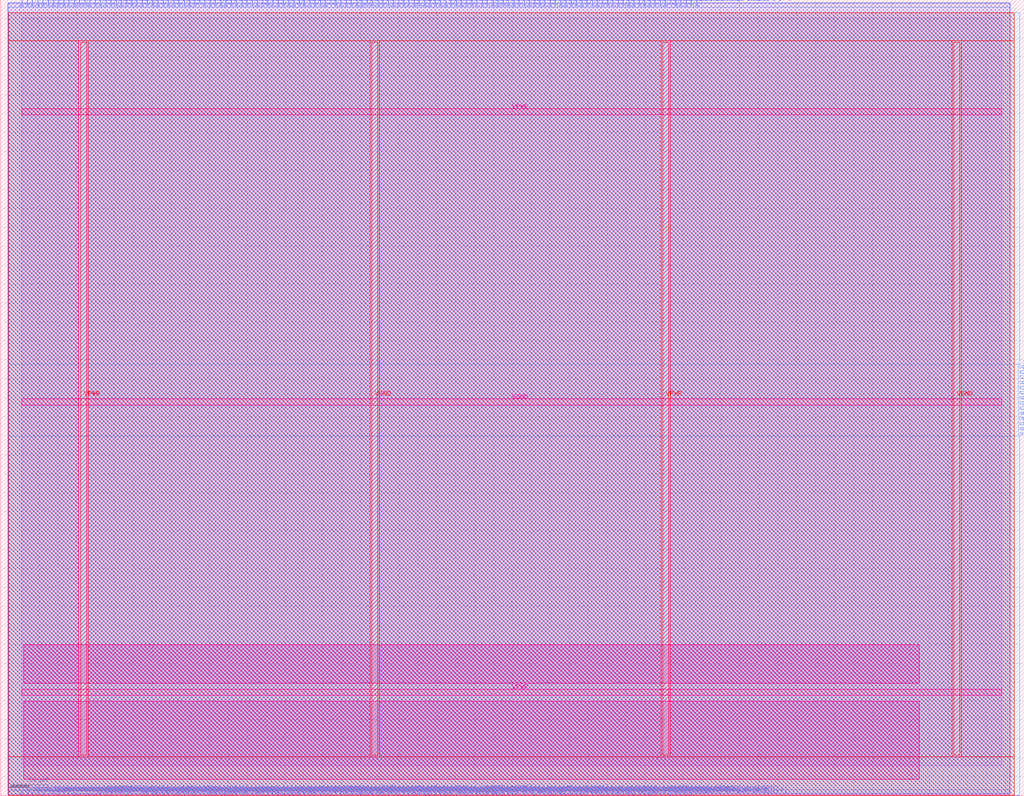
<source format=lef>
VERSION 5.7 ;
  NOWIREEXTENSIONATPIN ON ;
  DIVIDERCHAR "/" ;
  BUSBITCHARS "[]" ;
MACRO dac_digital_interface
  CLASS BLOCK ;
  FOREIGN dac_digital_interface ;
  ORIGIN 0.000 0.000 ;
  SIZE 270.000 BY 210.000 ;
  PIN output_thermometer_o[69]
    DIRECTION OUTPUT TRISTATE ;
    USE SIGNAL ;
    PORT
      LAYER met2 ;
        RECT 5.570 208.350 5.710 210.000 ;
    END
  END output_thermometer_o[69]
  PIN output_thermometer_o[112]
    DIRECTION OUTPUT TRISTATE ;
    USE SIGNAL ;
    PORT
      LAYER met2 ;
        RECT 5.570 0.000 5.710 1.090 ;
    END
  END output_thermometer_o[112]
  PIN output_thermometer_o[244]
    DIRECTION OUTPUT TRISTATE ;
    USE SIGNAL ;
    PORT
      LAYER met2 ;
        RECT 6.950 208.350 7.090 210.000 ;
    END
  END output_thermometer_o[244]
  PIN output_thermometer_o[83]
    DIRECTION OUTPUT TRISTATE ;
    USE SIGNAL ;
    PORT
      LAYER met2 ;
        RECT 6.950 0.000 7.090 1.090 ;
    END
  END output_thermometer_o[83]
  PIN output_thermometer_o[54]
    DIRECTION OUTPUT TRISTATE ;
    USE SIGNAL ;
    PORT
      LAYER met2 ;
        RECT 8.330 208.350 8.470 210.000 ;
    END
  END output_thermometer_o[54]
  PIN output_thermometer_o[166]
    DIRECTION OUTPUT TRISTATE ;
    USE SIGNAL ;
    PORT
      LAYER met2 ;
        RECT 8.330 0.000 8.470 1.090 ;
    END
  END output_thermometer_o[166]
  PIN output_thermometer_o[200]
    DIRECTION OUTPUT TRISTATE ;
    USE SIGNAL ;
    PORT
      LAYER met2 ;
        RECT 9.710 208.350 9.850 210.000 ;
    END
  END output_thermometer_o[200]
  PIN output_thermometer_o[17]
    DIRECTION OUTPUT TRISTATE ;
    USE SIGNAL ;
    PORT
      LAYER met2 ;
        RECT 9.710 0.000 9.850 1.090 ;
    END
  END output_thermometer_o[17]
  PIN output_thermometer_o[195]
    DIRECTION OUTPUT TRISTATE ;
    USE SIGNAL ;
    PORT
      LAYER met2 ;
        RECT 11.090 208.350 11.230 210.000 ;
    END
  END output_thermometer_o[195]
  PIN output_thermometer_o[15]
    DIRECTION OUTPUT TRISTATE ;
    USE SIGNAL ;
    PORT
      LAYER met2 ;
        RECT 11.090 0.000 11.230 1.090 ;
    END
  END output_thermometer_o[15]
  PIN output_thermometer_o[130]
    DIRECTION OUTPUT TRISTATE ;
    USE SIGNAL ;
    PORT
      LAYER met2 ;
        RECT 12.470 208.350 12.610 210.000 ;
    END
  END output_thermometer_o[130]
  PIN output_thermometer_o[229]
    DIRECTION OUTPUT TRISTATE ;
    USE SIGNAL ;
    PORT
      LAYER met2 ;
        RECT 12.470 0.000 12.610 0.410 ;
    END
  END output_thermometer_o[229]
  PIN output_thermometer_o[82]
    DIRECTION OUTPUT TRISTATE ;
    USE SIGNAL ;
    PORT
      LAYER met2 ;
        RECT 13.850 208.350 13.990 210.000 ;
    END
  END output_thermometer_o[82]
  PIN output_thermometer_o[4]
    DIRECTION OUTPUT TRISTATE ;
    USE SIGNAL ;
    PORT
      LAYER met2 ;
        RECT 13.850 0.000 13.990 1.090 ;
    END
  END output_thermometer_o[4]
  PIN output_thermometer_o[245]
    DIRECTION OUTPUT TRISTATE ;
    USE SIGNAL ;
    PORT
      LAYER met2 ;
        RECT 15.230 208.350 15.370 210.000 ;
    END
  END output_thermometer_o[245]
  PIN output_thermometer_o[61]
    DIRECTION OUTPUT TRISTATE ;
    USE SIGNAL ;
    PORT
      LAYER met2 ;
        RECT 15.230 0.000 15.370 1.090 ;
    END
  END output_thermometer_o[61]
  PIN output_thermometer_o[197]
    DIRECTION OUTPUT TRISTATE ;
    USE SIGNAL ;
    PORT
      LAYER met2 ;
        RECT 16.610 208.350 16.750 210.000 ;
    END
  END output_thermometer_o[197]
  PIN output_thermometer_o[101]
    DIRECTION OUTPUT TRISTATE ;
    USE SIGNAL ;
    PORT
      LAYER met2 ;
        RECT 16.610 0.000 16.750 1.090 ;
    END
  END output_thermometer_o[101]
  PIN output_thermometer_o[251]
    DIRECTION OUTPUT TRISTATE ;
    USE SIGNAL ;
    PORT
      LAYER met2 ;
        RECT 17.990 208.350 18.130 210.000 ;
    END
  END output_thermometer_o[251]
  PIN output_thermometer_o[213]
    DIRECTION OUTPUT TRISTATE ;
    USE SIGNAL ;
    PORT
      LAYER met2 ;
        RECT 17.990 0.000 18.130 1.090 ;
    END
  END output_thermometer_o[213]
  PIN output_thermometer_o[72]
    DIRECTION OUTPUT TRISTATE ;
    USE SIGNAL ;
    PORT
      LAYER met2 ;
        RECT 19.370 208.350 19.510 210.000 ;
    END
  END output_thermometer_o[72]
  PIN output_thermometer_o[43]
    DIRECTION OUTPUT TRISTATE ;
    USE SIGNAL ;
    PORT
      LAYER met2 ;
        RECT 19.370 0.000 19.510 0.410 ;
    END
  END output_thermometer_o[43]
  PIN output_thermometer_o[230]
    DIRECTION OUTPUT TRISTATE ;
    USE SIGNAL ;
    PORT
      LAYER met2 ;
        RECT 20.750 208.720 20.890 210.000 ;
    END
  END output_thermometer_o[230]
  PIN output_thermometer_o[134]
    DIRECTION OUTPUT TRISTATE ;
    USE SIGNAL ;
    PORT
      LAYER met2 ;
        RECT 20.750 0.000 20.890 0.410 ;
    END
  END output_thermometer_o[134]
  PIN output_thermometer_o[115]
    DIRECTION OUTPUT TRISTATE ;
    USE SIGNAL ;
    PORT
      LAYER met2 ;
        RECT 22.130 209.060 22.270 210.000 ;
    END
  END output_thermometer_o[115]
  PIN output_thermometer_o[212]
    DIRECTION OUTPUT TRISTATE ;
    USE SIGNAL ;
    PORT
      LAYER met2 ;
        RECT 22.130 0.000 22.270 0.410 ;
    END
  END output_thermometer_o[212]
  PIN output_thermometer_o[151]
    DIRECTION OUTPUT TRISTATE ;
    USE SIGNAL ;
    PORT
      LAYER met2 ;
        RECT 23.510 208.350 23.650 210.000 ;
    END
  END output_thermometer_o[151]
  PIN output_thermometer_o[236]
    DIRECTION OUTPUT TRISTATE ;
    USE SIGNAL ;
    PORT
      LAYER met2 ;
        RECT 23.510 0.000 23.650 0.410 ;
    END
  END output_thermometer_o[236]
  PIN output_thermometer_o[105]
    DIRECTION OUTPUT TRISTATE ;
    USE SIGNAL ;
    PORT
      LAYER met2 ;
        RECT 24.890 208.350 25.030 210.000 ;
    END
  END output_thermometer_o[105]
  PIN output_thermometer_o[174]
    DIRECTION OUTPUT TRISTATE ;
    USE SIGNAL ;
    PORT
      LAYER met2 ;
        RECT 24.890 0.000 25.030 0.410 ;
    END
  END output_thermometer_o[174]
  PIN output_thermometer_o[196]
    DIRECTION OUTPUT TRISTATE ;
    USE SIGNAL ;
    PORT
      LAYER met2 ;
        RECT 26.270 208.350 26.410 210.000 ;
    END
  END output_thermometer_o[196]
  PIN output_thermometer_o[57]
    DIRECTION OUTPUT TRISTATE ;
    USE SIGNAL ;
    PORT
      LAYER met2 ;
        RECT 26.270 0.000 26.410 1.090 ;
    END
  END output_thermometer_o[57]
  PIN output_thermometer_o[76]
    DIRECTION OUTPUT TRISTATE ;
    USE SIGNAL ;
    PORT
      LAYER met2 ;
        RECT 27.650 208.350 27.790 210.000 ;
    END
  END output_thermometer_o[76]
  PIN output_thermometer_o[142]
    DIRECTION OUTPUT TRISTATE ;
    USE SIGNAL ;
    PORT
      LAYER met2 ;
        RECT 27.650 0.000 27.790 1.060 ;
    END
  END output_thermometer_o[142]
  PIN output_thermometer_o[241]
    DIRECTION OUTPUT TRISTATE ;
    USE SIGNAL ;
    PORT
      LAYER met2 ;
        RECT 29.030 208.350 29.170 210.000 ;
    END
  END output_thermometer_o[241]
  PIN output_thermometer_o[110]
    DIRECTION OUTPUT TRISTATE ;
    USE SIGNAL ;
    PORT
      LAYER met2 ;
        RECT 29.030 0.000 29.170 1.090 ;
    END
  END output_thermometer_o[110]
  PIN output_thermometer_o[123]
    DIRECTION OUTPUT TRISTATE ;
    USE SIGNAL ;
    PORT
      LAYER met2 ;
        RECT 30.410 208.350 30.550 210.000 ;
    END
  END output_thermometer_o[123]
  PIN output_thermometer_o[81]
    DIRECTION OUTPUT TRISTATE ;
    USE SIGNAL ;
    PORT
      LAYER met2 ;
        RECT 30.410 0.000 30.550 0.410 ;
    END
  END output_thermometer_o[81]
  PIN output_thermometer_o[242]
    DIRECTION OUTPUT TRISTATE ;
    USE SIGNAL ;
    PORT
      LAYER met2 ;
        RECT 31.790 208.350 31.930 210.000 ;
    END
  END output_thermometer_o[242]
  PIN output_thermometer_o[14]
    DIRECTION OUTPUT TRISTATE ;
    USE SIGNAL ;
    PORT
      LAYER met2 ;
        RECT 31.790 0.000 31.930 1.060 ;
    END
  END output_thermometer_o[14]
  PIN output_thermometer_o[218]
    DIRECTION OUTPUT TRISTATE ;
    USE SIGNAL ;
    PORT
      LAYER met2 ;
        RECT 33.170 208.350 33.310 210.000 ;
    END
  END output_thermometer_o[218]
  PIN output_thermometer_o[250]
    DIRECTION OUTPUT TRISTATE ;
    USE SIGNAL ;
    PORT
      LAYER met2 ;
        RECT 33.170 0.000 33.310 1.090 ;
    END
  END output_thermometer_o[250]
  PIN output_thermometer_o[94]
    DIRECTION OUTPUT TRISTATE ;
    USE SIGNAL ;
    PORT
      LAYER met2 ;
        RECT 34.550 208.350 34.690 210.000 ;
    END
  END output_thermometer_o[94]
  PIN output_thermometer_o[129]
    DIRECTION OUTPUT TRISTATE ;
    USE SIGNAL ;
    PORT
      LAYER met2 ;
        RECT 34.550 0.000 34.690 0.410 ;
    END
  END output_thermometer_o[129]
  PIN output_thermometer_o[9]
    DIRECTION OUTPUT TRISTATE ;
    USE SIGNAL ;
    PORT
      LAYER met2 ;
        RECT 35.930 208.350 36.070 210.000 ;
    END
  END output_thermometer_o[9]
  PIN output_thermometer_o[117]
    DIRECTION OUTPUT TRISTATE ;
    USE SIGNAL ;
    PORT
      LAYER met2 ;
        RECT 35.930 0.000 36.070 0.410 ;
    END
  END output_thermometer_o[117]
  PIN output_thermometer_o[179]
    DIRECTION OUTPUT TRISTATE ;
    USE SIGNAL ;
    PORT
      LAYER met2 ;
        RECT 37.310 208.350 37.450 210.000 ;
    END
  END output_thermometer_o[179]
  PIN output_thermometer_o[73]
    DIRECTION OUTPUT TRISTATE ;
    USE SIGNAL ;
    PORT
      LAYER met2 ;
        RECT 37.310 0.000 37.450 0.410 ;
    END
  END output_thermometer_o[73]
  PIN output_thermometer_o[86]
    DIRECTION OUTPUT TRISTATE ;
    USE SIGNAL ;
    PORT
      LAYER met2 ;
        RECT 38.690 208.350 38.830 210.000 ;
    END
  END output_thermometer_o[86]
  PIN output_thermometer_o[215]
    DIRECTION OUTPUT TRISTATE ;
    USE SIGNAL ;
    PORT
      LAYER met2 ;
        RECT 38.690 0.000 38.830 1.090 ;
    END
  END output_thermometer_o[215]
  PIN output_thermometer_o[182]
    DIRECTION OUTPUT TRISTATE ;
    USE SIGNAL ;
    PORT
      LAYER met2 ;
        RECT 40.070 208.350 40.210 210.000 ;
    END
  END output_thermometer_o[182]
  PIN output_thermometer_o[12]
    DIRECTION OUTPUT TRISTATE ;
    USE SIGNAL ;
    PORT
      LAYER met2 ;
        RECT 40.070 0.000 40.210 1.090 ;
    END
  END output_thermometer_o[12]
  PIN output_thermometer_o[96]
    DIRECTION OUTPUT TRISTATE ;
    USE SIGNAL ;
    PORT
      LAYER met2 ;
        RECT 41.450 208.350 41.590 210.000 ;
    END
  END output_thermometer_o[96]
  PIN output_thermometer_o[132]
    DIRECTION OUTPUT TRISTATE ;
    USE SIGNAL ;
    PORT
      LAYER met2 ;
        RECT 41.450 0.000 41.590 0.410 ;
    END
  END output_thermometer_o[132]
  PIN output_thermometer_o[29]
    DIRECTION OUTPUT TRISTATE ;
    USE SIGNAL ;
    PORT
      LAYER met2 ;
        RECT 42.830 208.350 42.970 210.000 ;
    END
  END output_thermometer_o[29]
  PIN output_thermometer_o[232]
    DIRECTION OUTPUT TRISTATE ;
    USE SIGNAL ;
    PORT
      LAYER met2 ;
        RECT 42.830 0.000 42.970 0.410 ;
    END
  END output_thermometer_o[232]
  PIN output_thermometer_o[191]
    DIRECTION OUTPUT TRISTATE ;
    USE SIGNAL ;
    PORT
      LAYER met2 ;
        RECT 44.210 208.350 44.350 210.000 ;
    END
  END output_thermometer_o[191]
  PIN output_thermometer_o[5]
    DIRECTION OUTPUT TRISTATE ;
    USE SIGNAL ;
    PORT
      LAYER met2 ;
        RECT 44.210 0.000 44.350 0.410 ;
    END
  END output_thermometer_o[5]
  PIN output_thermometer_o[33]
    DIRECTION OUTPUT TRISTATE ;
    USE SIGNAL ;
    PORT
      LAYER met2 ;
        RECT 45.590 208.350 45.730 210.000 ;
    END
  END output_thermometer_o[33]
  PIN output_thermometer_o[161]
    DIRECTION OUTPUT TRISTATE ;
    USE SIGNAL ;
    PORT
      LAYER met2 ;
        RECT 45.590 0.000 45.730 0.410 ;
    END
  END output_thermometer_o[161]
  PIN output_thermometer_o[11]
    DIRECTION OUTPUT TRISTATE ;
    USE SIGNAL ;
    PORT
      LAYER met2 ;
        RECT 46.970 208.350 47.110 210.000 ;
    END
  END output_thermometer_o[11]
  PIN output_thermometer_o[160]
    DIRECTION OUTPUT TRISTATE ;
    USE SIGNAL ;
    PORT
      LAYER met2 ;
        RECT 46.970 0.000 47.110 1.090 ;
    END
  END output_thermometer_o[160]
  PIN output_thermometer_o[208]
    DIRECTION OUTPUT TRISTATE ;
    USE SIGNAL ;
    PORT
      LAYER met2 ;
        RECT 48.350 208.350 48.490 210.000 ;
    END
  END output_thermometer_o[208]
  PIN output_thermometer_o[47]
    DIRECTION OUTPUT TRISTATE ;
    USE SIGNAL ;
    PORT
      LAYER met2 ;
        RECT 48.350 0.000 48.490 0.410 ;
    END
  END output_thermometer_o[47]
  PIN output_thermometer_o[187]
    DIRECTION OUTPUT TRISTATE ;
    USE SIGNAL ;
    PORT
      LAYER met2 ;
        RECT 49.730 208.350 49.870 210.000 ;
    END
  END output_thermometer_o[187]
  PIN output_thermometer_o[79]
    DIRECTION OUTPUT TRISTATE ;
    USE SIGNAL ;
    PORT
      LAYER met2 ;
        RECT 49.730 0.000 49.870 0.410 ;
    END
  END output_thermometer_o[79]
  PIN output_thermometer_o[59]
    DIRECTION OUTPUT TRISTATE ;
    USE SIGNAL ;
    PORT
      LAYER met2 ;
        RECT 51.110 208.350 51.250 210.000 ;
    END
  END output_thermometer_o[59]
  PIN output_thermometer_o[116]
    DIRECTION OUTPUT TRISTATE ;
    USE SIGNAL ;
    PORT
      LAYER met2 ;
        RECT 51.110 0.000 51.250 0.410 ;
    END
  END output_thermometer_o[116]
  PIN output_thermometer_o[30]
    DIRECTION OUTPUT TRISTATE ;
    USE SIGNAL ;
    PORT
      LAYER met2 ;
        RECT 52.490 209.030 52.630 210.000 ;
    END
  END output_thermometer_o[30]
  PIN output_thermometer_o[194]
    DIRECTION OUTPUT TRISTATE ;
    USE SIGNAL ;
    PORT
      LAYER met2 ;
        RECT 52.490 0.000 52.630 0.410 ;
    END
  END output_thermometer_o[194]
  PIN output_thermometer_o[235]
    DIRECTION OUTPUT TRISTATE ;
    USE SIGNAL ;
    PORT
      LAYER met2 ;
        RECT 53.870 208.350 54.010 210.000 ;
    END
  END output_thermometer_o[235]
  PIN output_thermometer_o[227]
    DIRECTION OUTPUT TRISTATE ;
    USE SIGNAL ;
    PORT
      LAYER met2 ;
        RECT 53.870 0.000 54.010 0.410 ;
    END
  END output_thermometer_o[227]
  PIN output_thermometer_o[97]
    DIRECTION OUTPUT TRISTATE ;
    USE SIGNAL ;
    PORT
      LAYER met2 ;
        RECT 55.250 208.350 55.390 210.000 ;
    END
  END output_thermometer_o[97]
  PIN output_thermometer_o[67]
    DIRECTION OUTPUT TRISTATE ;
    USE SIGNAL ;
    PORT
      LAYER met2 ;
        RECT 55.250 0.000 55.390 1.090 ;
    END
  END output_thermometer_o[67]
  PIN output_thermometer_o[188]
    DIRECTION OUTPUT TRISTATE ;
    USE SIGNAL ;
    PORT
      LAYER met2 ;
        RECT 56.630 208.350 56.770 210.000 ;
    END
  END output_thermometer_o[188]
  PIN output_thermometer_o[31]
    DIRECTION OUTPUT TRISTATE ;
    USE SIGNAL ;
    PORT
      LAYER met2 ;
        RECT 56.630 0.000 56.770 0.410 ;
    END
  END output_thermometer_o[31]
  PIN output_thermometer_o[185]
    DIRECTION OUTPUT TRISTATE ;
    USE SIGNAL ;
    PORT
      LAYER met2 ;
        RECT 58.010 208.350 58.150 210.000 ;
    END
  END output_thermometer_o[185]
  PIN output_thermometer_o[20]
    DIRECTION OUTPUT TRISTATE ;
    USE SIGNAL ;
    PORT
      LAYER met2 ;
        RECT 58.010 0.000 58.150 0.410 ;
    END
  END output_thermometer_o[20]
  PIN output_thermometer_o[32]
    DIRECTION OUTPUT TRISTATE ;
    USE SIGNAL ;
    PORT
      LAYER met2 ;
        RECT 59.390 208.350 59.530 210.000 ;
    END
  END output_thermometer_o[32]
  PIN output_thermometer_o[125]
    DIRECTION OUTPUT TRISTATE ;
    USE SIGNAL ;
    PORT
      LAYER met2 ;
        RECT 59.390 0.000 59.530 1.090 ;
    END
  END output_thermometer_o[125]
  PIN output_thermometer_o[7]
    DIRECTION OUTPUT TRISTATE ;
    USE SIGNAL ;
    PORT
      LAYER met2 ;
        RECT 60.770 208.350 60.910 210.000 ;
    END
  END output_thermometer_o[7]
  PIN output_thermometer_o[21]
    DIRECTION OUTPUT TRISTATE ;
    USE SIGNAL ;
    PORT
      LAYER met2 ;
        RECT 60.770 0.000 60.910 0.410 ;
    END
  END output_thermometer_o[21]
  PIN output_thermometer_o[221]
    DIRECTION OUTPUT TRISTATE ;
    USE SIGNAL ;
    PORT
      LAYER met2 ;
        RECT 62.150 208.350 62.290 210.000 ;
    END
  END output_thermometer_o[221]
  PIN output_thermometer_o[190]
    DIRECTION OUTPUT TRISTATE ;
    USE SIGNAL ;
    PORT
      LAYER met2 ;
        RECT 62.150 0.000 62.290 0.720 ;
    END
  END output_thermometer_o[190]
  PIN output_thermometer_o[37]
    DIRECTION OUTPUT TRISTATE ;
    USE SIGNAL ;
    PORT
      LAYER met2 ;
        RECT 63.530 208.350 63.670 210.000 ;
    END
  END output_thermometer_o[37]
  PIN output_thermometer_o[74]
    DIRECTION OUTPUT TRISTATE ;
    USE SIGNAL ;
    PORT
      LAYER met2 ;
        RECT 63.530 0.000 63.670 1.060 ;
    END
  END output_thermometer_o[74]
  PIN output_thermometer_o[211]
    DIRECTION OUTPUT TRISTATE ;
    USE SIGNAL ;
    PORT
      LAYER met2 ;
        RECT 64.910 208.350 65.050 210.000 ;
    END
  END output_thermometer_o[211]
  PIN output_thermometer_o[198]
    DIRECTION OUTPUT TRISTATE ;
    USE SIGNAL ;
    PORT
      LAYER met2 ;
        RECT 64.910 0.000 65.050 0.410 ;
    END
  END output_thermometer_o[198]
  PIN output_thermometer_o[226]
    DIRECTION OUTPUT TRISTATE ;
    USE SIGNAL ;
    PORT
      LAYER met2 ;
        RECT 66.290 208.350 66.430 210.000 ;
    END
  END output_thermometer_o[226]
  PIN output_thermometer_o[193]
    DIRECTION OUTPUT TRISTATE ;
    USE SIGNAL ;
    PORT
      LAYER met2 ;
        RECT 66.290 0.000 66.430 1.090 ;
    END
  END output_thermometer_o[193]
  PIN output_thermometer_o[249]
    DIRECTION OUTPUT TRISTATE ;
    USE SIGNAL ;
    PORT
      LAYER met2 ;
        RECT 67.670 208.350 67.810 210.000 ;
    END
  END output_thermometer_o[249]
  PIN output_thermometer_o[84]
    DIRECTION OUTPUT TRISTATE ;
    USE SIGNAL ;
    PORT
      LAYER met2 ;
        RECT 67.670 0.000 67.810 1.090 ;
    END
  END output_thermometer_o[84]
  PIN output_thermometer_o[109]
    DIRECTION OUTPUT TRISTATE ;
    USE SIGNAL ;
    PORT
      LAYER met2 ;
        RECT 69.050 208.350 69.190 210.000 ;
    END
  END output_thermometer_o[109]
  PIN output_thermometer_o[253]
    DIRECTION OUTPUT TRISTATE ;
    USE SIGNAL ;
    PORT
      LAYER met2 ;
        RECT 69.050 0.000 69.190 1.090 ;
    END
  END output_thermometer_o[253]
  PIN output_thermometer_o[60]
    DIRECTION OUTPUT TRISTATE ;
    USE SIGNAL ;
    PORT
      LAYER met2 ;
        RECT 70.430 208.350 70.570 210.000 ;
    END
  END output_thermometer_o[60]
  PIN output_thermometer_o[64]
    DIRECTION OUTPUT TRISTATE ;
    USE SIGNAL ;
    PORT
      LAYER met2 ;
        RECT 70.430 0.000 70.570 1.090 ;
    END
  END output_thermometer_o[64]
  PIN output_thermometer_o[23]
    DIRECTION OUTPUT TRISTATE ;
    USE SIGNAL ;
    PORT
      LAYER met2 ;
        RECT 71.810 208.350 71.950 210.000 ;
    END
  END output_thermometer_o[23]
  PIN output_thermometer_o[164]
    DIRECTION OUTPUT TRISTATE ;
    USE SIGNAL ;
    PORT
      LAYER met2 ;
        RECT 71.810 0.000 71.950 1.090 ;
    END
  END output_thermometer_o[164]
  PIN output_thermometer_o[243]
    DIRECTION OUTPUT TRISTATE ;
    USE SIGNAL ;
    PORT
      LAYER met2 ;
        RECT 73.190 208.350 73.330 210.000 ;
    END
  END output_thermometer_o[243]
  PIN output_thermometer_o[137]
    DIRECTION OUTPUT TRISTATE ;
    USE SIGNAL ;
    PORT
      LAYER met2 ;
        RECT 73.190 0.000 73.330 0.410 ;
    END
  END output_thermometer_o[137]
  PIN output_thermometer_o[157]
    DIRECTION OUTPUT TRISTATE ;
    USE SIGNAL ;
    PORT
      LAYER met2 ;
        RECT 74.570 208.350 74.710 210.000 ;
    END
  END output_thermometer_o[157]
  PIN output_thermometer_o[119]
    DIRECTION OUTPUT TRISTATE ;
    USE SIGNAL ;
    PORT
      LAYER met2 ;
        RECT 74.570 0.000 74.710 0.410 ;
    END
  END output_thermometer_o[119]
  PIN output_thermometer_o[217]
    DIRECTION OUTPUT TRISTATE ;
    USE SIGNAL ;
    PORT
      LAYER met2 ;
        RECT 75.950 208.350 76.090 210.000 ;
    END
  END output_thermometer_o[217]
  PIN output_thermometer_o[90]
    DIRECTION OUTPUT TRISTATE ;
    USE SIGNAL ;
    PORT
      LAYER met2 ;
        RECT 75.950 0.000 76.090 0.410 ;
    END
  END output_thermometer_o[90]
  PIN output_thermometer_o[163]
    DIRECTION OUTPUT TRISTATE ;
    USE SIGNAL ;
    PORT
      LAYER met2 ;
        RECT 77.330 208.350 77.470 210.000 ;
    END
  END output_thermometer_o[163]
  PIN output_thermometer_o[18]
    DIRECTION OUTPUT TRISTATE ;
    USE SIGNAL ;
    PORT
      LAYER met2 ;
        RECT 77.330 0.000 77.470 0.410 ;
    END
  END output_thermometer_o[18]
  PIN output_thermometer_o[93]
    DIRECTION OUTPUT TRISTATE ;
    USE SIGNAL ;
    PORT
      LAYER met2 ;
        RECT 78.710 208.350 78.850 210.000 ;
    END
  END output_thermometer_o[93]
  PIN output_thermometer_o[26]
    DIRECTION OUTPUT TRISTATE ;
    USE SIGNAL ;
    PORT
      LAYER met2 ;
        RECT 78.710 0.000 78.850 1.260 ;
    END
  END output_thermometer_o[26]
  PIN output_thermometer_o[107]
    DIRECTION OUTPUT TRISTATE ;
    USE SIGNAL ;
    PORT
      LAYER met2 ;
        RECT 80.090 208.350 80.230 210.000 ;
    END
  END output_thermometer_o[107]
  PIN output_thermometer_o[144]
    DIRECTION OUTPUT TRISTATE ;
    USE SIGNAL ;
    PORT
      LAYER met2 ;
        RECT 80.090 0.000 80.230 1.090 ;
    END
  END output_thermometer_o[144]
  PIN output_thermometer_o[27]
    DIRECTION OUTPUT TRISTATE ;
    USE SIGNAL ;
    PORT
      LAYER met2 ;
        RECT 81.470 208.350 81.610 210.000 ;
    END
  END output_thermometer_o[27]
  PIN output_thermometer_o[201]
    DIRECTION OUTPUT TRISTATE ;
    USE SIGNAL ;
    PORT
      LAYER met2 ;
        RECT 81.470 0.000 81.610 1.090 ;
    END
  END output_thermometer_o[201]
  PIN output_thermometer_o[162]
    DIRECTION OUTPUT TRISTATE ;
    USE SIGNAL ;
    PORT
      LAYER met2 ;
        RECT 82.850 208.350 82.990 210.000 ;
    END
  END output_thermometer_o[162]
  PIN output_thermometer_o[146]
    DIRECTION OUTPUT TRISTATE ;
    USE SIGNAL ;
    PORT
      LAYER met2 ;
        RECT 82.850 0.000 82.990 0.410 ;
    END
  END output_thermometer_o[146]
  PIN output_thermometer_o[168]
    DIRECTION OUTPUT TRISTATE ;
    USE SIGNAL ;
    PORT
      LAYER met2 ;
        RECT 84.230 208.350 84.370 210.000 ;
    END
  END output_thermometer_o[168]
  PIN output_thermometer_o[53]
    DIRECTION OUTPUT TRISTATE ;
    USE SIGNAL ;
    PORT
      LAYER met2 ;
        RECT 84.230 0.000 84.370 0.410 ;
    END
  END output_thermometer_o[53]
  PIN output_thermometer_o[199]
    DIRECTION OUTPUT TRISTATE ;
    USE SIGNAL ;
    PORT
      LAYER met2 ;
        RECT 85.610 208.350 85.750 210.000 ;
    END
  END output_thermometer_o[199]
  PIN output_thermometer_o[147]
    DIRECTION OUTPUT TRISTATE ;
    USE SIGNAL ;
    PORT
      LAYER met2 ;
        RECT 85.610 0.000 85.750 1.090 ;
    END
  END output_thermometer_o[147]
  PIN output_thermometer_o[2]
    DIRECTION OUTPUT TRISTATE ;
    USE SIGNAL ;
    PORT
      LAYER met2 ;
        RECT 86.990 209.030 87.130 210.000 ;
    END
  END output_thermometer_o[2]
  PIN output_thermometer_o[3]
    DIRECTION OUTPUT TRISTATE ;
    USE SIGNAL ;
    PORT
      LAYER met2 ;
        RECT 86.990 0.000 87.130 1.090 ;
    END
  END output_thermometer_o[3]
  PIN output_thermometer_o[136]
    DIRECTION OUTPUT TRISTATE ;
    USE SIGNAL ;
    PORT
      LAYER met2 ;
        RECT 88.370 208.350 88.510 210.000 ;
    END
  END output_thermometer_o[136]
  PIN output_thermometer_o[204]
    DIRECTION OUTPUT TRISTATE ;
    USE SIGNAL ;
    PORT
      LAYER met2 ;
        RECT 88.370 0.000 88.510 1.090 ;
    END
  END output_thermometer_o[204]
  PIN output_thermometer_o[8]
    DIRECTION OUTPUT TRISTATE ;
    USE SIGNAL ;
    PORT
      LAYER met2 ;
        RECT 89.750 208.350 89.890 210.000 ;
    END
  END output_thermometer_o[8]
  PIN output_thermometer_o[102]
    DIRECTION OUTPUT TRISTATE ;
    USE SIGNAL ;
    PORT
      LAYER met2 ;
        RECT 89.750 0.000 89.890 1.090 ;
    END
  END output_thermometer_o[102]
  PIN output_thermometer_o[209]
    DIRECTION OUTPUT TRISTATE ;
    USE SIGNAL ;
    PORT
      LAYER met2 ;
        RECT 91.130 208.350 91.270 210.000 ;
    END
  END output_thermometer_o[209]
  PIN output_thermometer_o[234]
    DIRECTION OUTPUT TRISTATE ;
    USE SIGNAL ;
    PORT
      LAYER met2 ;
        RECT 91.130 0.000 91.270 1.090 ;
    END
  END output_thermometer_o[234]
  PIN output_thermometer_o[145]
    DIRECTION OUTPUT TRISTATE ;
    USE SIGNAL ;
    PORT
      LAYER met2 ;
        RECT 92.510 208.350 92.650 210.000 ;
    END
  END output_thermometer_o[145]
  PIN output_thermometer_o[16]
    DIRECTION OUTPUT TRISTATE ;
    USE SIGNAL ;
    PORT
      LAYER met2 ;
        RECT 92.510 0.000 92.650 0.410 ;
    END
  END output_thermometer_o[16]
  PIN output_thermometer_o[158]
    DIRECTION OUTPUT TRISTATE ;
    USE SIGNAL ;
    PORT
      LAYER met2 ;
        RECT 93.890 208.350 94.030 210.000 ;
    END
  END output_thermometer_o[158]
  PIN output_thermometer_o[45]
    DIRECTION OUTPUT TRISTATE ;
    USE SIGNAL ;
    PORT
      LAYER met2 ;
        RECT 93.890 0.000 94.030 0.410 ;
    END
  END output_thermometer_o[45]
  PIN output_thermometer_o[87]
    DIRECTION OUTPUT TRISTATE ;
    USE SIGNAL ;
    PORT
      LAYER met2 ;
        RECT 95.270 208.350 95.410 210.000 ;
    END
  END output_thermometer_o[87]
  PIN output_thermometer_o[149]
    DIRECTION OUTPUT TRISTATE ;
    USE SIGNAL ;
    PORT
      LAYER met2 ;
        RECT 95.270 0.000 95.410 1.090 ;
    END
  END output_thermometer_o[149]
  PIN output_thermometer_o[237]
    DIRECTION OUTPUT TRISTATE ;
    USE SIGNAL ;
    PORT
      LAYER met2 ;
        RECT 96.650 209.060 96.790 210.000 ;
    END
  END output_thermometer_o[237]
  PIN output_thermometer_o[224]
    DIRECTION OUTPUT TRISTATE ;
    USE SIGNAL ;
    PORT
      LAYER met2 ;
        RECT 96.650 0.000 96.790 0.410 ;
    END
  END output_thermometer_o[224]
  PIN output_thermometer_o[154]
    DIRECTION OUTPUT TRISTATE ;
    USE SIGNAL ;
    PORT
      LAYER met2 ;
        RECT 98.030 208.720 98.170 210.000 ;
    END
  END output_thermometer_o[154]
  PIN output_thermometer_o[98]
    DIRECTION OUTPUT TRISTATE ;
    USE SIGNAL ;
    PORT
      LAYER met2 ;
        RECT 98.030 0.000 98.170 1.260 ;
    END
  END output_thermometer_o[98]
  PIN output_thermometer_o[19]
    DIRECTION OUTPUT TRISTATE ;
    USE SIGNAL ;
    PORT
      LAYER met2 ;
        RECT 99.410 208.350 99.550 210.000 ;
    END
  END output_thermometer_o[19]
  PIN output_thermometer_o[222]
    DIRECTION OUTPUT TRISTATE ;
    USE SIGNAL ;
    PORT
      LAYER met2 ;
        RECT 99.410 0.000 99.550 0.410 ;
    END
  END output_thermometer_o[222]
  PIN output_thermometer_o[181]
    DIRECTION OUTPUT TRISTATE ;
    USE SIGNAL ;
    PORT
      LAYER met2 ;
        RECT 100.790 208.350 100.930 210.000 ;
    END
  END output_thermometer_o[181]
  PIN output_thermometer_o[35]
    DIRECTION OUTPUT TRISTATE ;
    USE SIGNAL ;
    PORT
      LAYER met2 ;
        RECT 100.790 0.000 100.930 0.410 ;
    END
  END output_thermometer_o[35]
  PIN output_thermometer_o[207]
    DIRECTION OUTPUT TRISTATE ;
    USE SIGNAL ;
    PORT
      LAYER met2 ;
        RECT 102.170 208.350 102.310 210.000 ;
    END
  END output_thermometer_o[207]
  PIN output_thermometer_o[124]
    DIRECTION OUTPUT TRISTATE ;
    USE SIGNAL ;
    PORT
      LAYER met2 ;
        RECT 102.170 0.000 102.310 0.410 ;
    END
  END output_thermometer_o[124]
  PIN output_thermometer_o[140]
    DIRECTION OUTPUT TRISTATE ;
    USE SIGNAL ;
    PORT
      LAYER met2 ;
        RECT 103.550 208.350 103.690 210.000 ;
    END
  END output_thermometer_o[140]
  PIN output_thermometer_o[25]
    DIRECTION OUTPUT TRISTATE ;
    USE SIGNAL ;
    PORT
      LAYER met2 ;
        RECT 103.550 0.000 103.690 0.410 ;
    END
  END output_thermometer_o[25]
  PIN output_thermometer_o[126]
    DIRECTION OUTPUT TRISTATE ;
    USE SIGNAL ;
    PORT
      LAYER met2 ;
        RECT 104.930 208.350 105.070 210.000 ;
    END
  END output_thermometer_o[126]
  PIN output_thermometer_o[68]
    DIRECTION OUTPUT TRISTATE ;
    USE SIGNAL ;
    PORT
      LAYER met2 ;
        RECT 104.930 0.000 105.070 1.090 ;
    END
  END output_thermometer_o[68]
  PIN output_thermometer_o[143]
    DIRECTION OUTPUT TRISTATE ;
    USE SIGNAL ;
    PORT
      LAYER met2 ;
        RECT 106.310 208.350 106.450 210.000 ;
    END
  END output_thermometer_o[143]
  PIN output_thermometer_o[175]
    DIRECTION OUTPUT TRISTATE ;
    USE SIGNAL ;
    PORT
      LAYER met2 ;
        RECT 106.310 0.000 106.450 1.260 ;
    END
  END output_thermometer_o[175]
  PIN output_thermometer_o[13]
    DIRECTION OUTPUT TRISTATE ;
    USE SIGNAL ;
    PORT
      LAYER met2 ;
        RECT 107.690 208.350 107.830 210.000 ;
    END
  END output_thermometer_o[13]
  PIN output_thermometer_o[178]
    DIRECTION OUTPUT TRISTATE ;
    USE SIGNAL ;
    PORT
      LAYER met2 ;
        RECT 107.690 0.000 107.830 1.090 ;
    END
  END output_thermometer_o[178]
  PIN output_thermometer_o[248]
    DIRECTION OUTPUT TRISTATE ;
    USE SIGNAL ;
    PORT
      LAYER met2 ;
        RECT 109.070 208.350 109.210 210.000 ;
    END
  END output_thermometer_o[248]
  PIN output_thermometer_o[131]
    DIRECTION OUTPUT TRISTATE ;
    USE SIGNAL ;
    PORT
      LAYER met2 ;
        RECT 109.070 0.000 109.210 0.410 ;
    END
  END output_thermometer_o[131]
  PIN output_thermometer_o[95]
    DIRECTION OUTPUT TRISTATE ;
    USE SIGNAL ;
    PORT
      LAYER met2 ;
        RECT 110.450 208.720 110.590 210.000 ;
    END
  END output_thermometer_o[95]
  PIN output_thermometer_o[156]
    DIRECTION OUTPUT TRISTATE ;
    USE SIGNAL ;
    PORT
      LAYER met2 ;
        RECT 110.450 0.000 110.590 0.410 ;
    END
  END output_thermometer_o[156]
  PIN output_thermometer_o[89]
    DIRECTION OUTPUT TRISTATE ;
    USE SIGNAL ;
    PORT
      LAYER met2 ;
        RECT 111.830 208.350 111.970 210.000 ;
    END
  END output_thermometer_o[89]
  PIN output_thermometer_o[176]
    DIRECTION OUTPUT TRISTATE ;
    USE SIGNAL ;
    PORT
      LAYER met2 ;
        RECT 111.830 0.000 111.970 1.090 ;
    END
  END output_thermometer_o[176]
  PIN output_thermometer_o[205]
    DIRECTION OUTPUT TRISTATE ;
    USE SIGNAL ;
    PORT
      LAYER met2 ;
        RECT 113.210 208.350 113.350 210.000 ;
    END
  END output_thermometer_o[205]
  PIN output_thermometer_o[62]
    DIRECTION OUTPUT TRISTATE ;
    USE SIGNAL ;
    PORT
      LAYER met2 ;
        RECT 113.210 0.000 113.350 1.090 ;
    END
  END output_thermometer_o[62]
  PIN output_thermometer_o[39]
    DIRECTION OUTPUT TRISTATE ;
    USE SIGNAL ;
    PORT
      LAYER met2 ;
        RECT 114.590 208.350 114.730 210.000 ;
    END
  END output_thermometer_o[39]
  PIN output_thermometer_o[99]
    DIRECTION OUTPUT TRISTATE ;
    USE SIGNAL ;
    PORT
      LAYER met2 ;
        RECT 114.590 0.000 114.730 1.260 ;
    END
  END output_thermometer_o[99]
  PIN output_thermometer_o[41]
    DIRECTION OUTPUT TRISTATE ;
    USE SIGNAL ;
    PORT
      LAYER met2 ;
        RECT 115.970 208.350 116.110 210.000 ;
    END
  END output_thermometer_o[41]
  PIN output_thermometer_o[104]
    DIRECTION OUTPUT TRISTATE ;
    USE SIGNAL ;
    PORT
      LAYER met2 ;
        RECT 115.970 0.000 116.110 1.060 ;
    END
  END output_thermometer_o[104]
  PIN output_thermometer_o[169]
    DIRECTION OUTPUT TRISTATE ;
    USE SIGNAL ;
    PORT
      LAYER met2 ;
        RECT 117.350 208.350 117.490 210.000 ;
    END
  END output_thermometer_o[169]
  PIN output_binary_o[0]
    DIRECTION OUTPUT TRISTATE ;
    USE SIGNAL ;
    PORT
      LAYER met2 ;
        RECT 117.350 0.000 117.490 0.410 ;
    END
  END output_binary_o[0]
  PIN output_thermometer_o[186]
    DIRECTION OUTPUT TRISTATE ;
    USE SIGNAL ;
    PORT
      LAYER met2 ;
        RECT 118.730 208.350 118.870 210.000 ;
    END
  END output_thermometer_o[186]
  PIN output_thermometer_o[180]
    DIRECTION OUTPUT TRISTATE ;
    USE SIGNAL ;
    PORT
      LAYER met2 ;
        RECT 118.730 0.000 118.870 0.410 ;
    END
  END output_thermometer_o[180]
  PIN output_thermometer_o[214]
    DIRECTION OUTPUT TRISTATE ;
    USE SIGNAL ;
    PORT
      LAYER met2 ;
        RECT 120.110 208.350 120.250 210.000 ;
    END
  END output_thermometer_o[214]
  PIN output_thermometer_o[63]
    DIRECTION OUTPUT TRISTATE ;
    USE SIGNAL ;
    PORT
      LAYER met2 ;
        RECT 120.110 0.000 120.250 0.410 ;
    END
  END output_thermometer_o[63]
  PIN output_thermometer_o[206]
    DIRECTION OUTPUT TRISTATE ;
    USE SIGNAL ;
    PORT
      LAYER met2 ;
        RECT 121.490 208.350 121.630 210.000 ;
    END
  END output_thermometer_o[206]
  PIN output_thermometer_o[128]
    DIRECTION OUTPUT TRISTATE ;
    USE SIGNAL ;
    PORT
      LAYER met2 ;
        RECT 121.490 0.000 121.630 1.090 ;
    END
  END output_thermometer_o[128]
  PIN output_thermometer_o[228]
    DIRECTION OUTPUT TRISTATE ;
    USE SIGNAL ;
    PORT
      LAYER met2 ;
        RECT 122.870 208.350 123.010 210.000 ;
    END
  END output_thermometer_o[228]
  PIN output_thermometer_o[55]
    DIRECTION OUTPUT TRISTATE ;
    USE SIGNAL ;
    PORT
      LAYER met2 ;
        RECT 122.870 0.000 123.010 0.410 ;
    END
  END output_thermometer_o[55]
  PIN output_thermometer_o[220]
    DIRECTION OUTPUT TRISTATE ;
    USE SIGNAL ;
    PORT
      LAYER met2 ;
        RECT 124.250 208.350 124.390 210.000 ;
    END
  END output_thermometer_o[220]
  PIN output_thermometer_o[111]
    DIRECTION OUTPUT TRISTATE ;
    USE SIGNAL ;
    PORT
      LAYER met2 ;
        RECT 124.250 0.000 124.390 1.090 ;
    END
  END output_thermometer_o[111]
  PIN output_thermometer_o[247]
    DIRECTION OUTPUT TRISTATE ;
    USE SIGNAL ;
    PORT
      LAYER met2 ;
        RECT 125.630 208.350 125.770 210.000 ;
    END
  END output_thermometer_o[247]
  PIN output_thermometer_o[183]
    DIRECTION OUTPUT TRISTATE ;
    USE SIGNAL ;
    PORT
      LAYER met2 ;
        RECT 125.630 0.000 125.770 1.090 ;
    END
  END output_thermometer_o[183]
  PIN output_thermometer_o[219]
    DIRECTION OUTPUT TRISTATE ;
    USE SIGNAL ;
    PORT
      LAYER met2 ;
        RECT 127.010 208.350 127.150 210.000 ;
    END
  END output_thermometer_o[219]
  PIN output_thermometer_o[58]
    DIRECTION OUTPUT TRISTATE ;
    USE SIGNAL ;
    PORT
      LAYER met2 ;
        RECT 127.010 0.000 127.150 0.410 ;
    END
  END output_thermometer_o[58]
  PIN output_thermometer_o[114]
    DIRECTION OUTPUT TRISTATE ;
    USE SIGNAL ;
    PORT
      LAYER met2 ;
        RECT 128.390 208.350 128.530 210.000 ;
    END
  END output_thermometer_o[114]
  PIN output_thermometer_o[252]
    DIRECTION OUTPUT TRISTATE ;
    USE SIGNAL ;
    PORT
      LAYER met2 ;
        RECT 128.390 0.000 128.530 0.720 ;
    END
  END output_thermometer_o[252]
  PIN output_thermometer_o[167]
    DIRECTION OUTPUT TRISTATE ;
    USE SIGNAL ;
    PORT
      LAYER met2 ;
        RECT 129.770 208.350 129.910 210.000 ;
    END
  END output_thermometer_o[167]
  PIN output_thermometer_o[49]
    DIRECTION OUTPUT TRISTATE ;
    USE SIGNAL ;
    PORT
      LAYER met2 ;
        RECT 129.770 0.000 129.910 1.090 ;
    END
  END output_thermometer_o[49]
  PIN output_thermometer_o[159]
    DIRECTION OUTPUT TRISTATE ;
    USE SIGNAL ;
    PORT
      LAYER met2 ;
        RECT 131.150 208.350 131.290 210.000 ;
    END
  END output_thermometer_o[159]
  PIN output_thermometer_o[120]
    DIRECTION OUTPUT TRISTATE ;
    USE SIGNAL ;
    PORT
      LAYER met2 ;
        RECT 131.150 0.000 131.290 0.410 ;
    END
  END output_thermometer_o[120]
  PIN output_thermometer_o[78]
    DIRECTION OUTPUT TRISTATE ;
    USE SIGNAL ;
    PORT
      LAYER met2 ;
        RECT 132.530 208.720 132.670 210.000 ;
    END
  END output_thermometer_o[78]
  PIN output_thermometer_o[152]
    DIRECTION OUTPUT TRISTATE ;
    USE SIGNAL ;
    PORT
      LAYER met2 ;
        RECT 132.530 0.000 132.670 1.090 ;
    END
  END output_thermometer_o[152]
  PIN output_thermometer_o[189]
    DIRECTION OUTPUT TRISTATE ;
    USE SIGNAL ;
    PORT
      LAYER met2 ;
        RECT 133.910 208.350 134.050 210.000 ;
    END
  END output_thermometer_o[189]
  PIN output_thermometer_o[103]
    DIRECTION OUTPUT TRISTATE ;
    USE SIGNAL ;
    PORT
      LAYER met2 ;
        RECT 133.910 0.000 134.050 1.090 ;
    END
  END output_thermometer_o[103]
  PIN output_thermometer_o[106]
    DIRECTION OUTPUT TRISTATE ;
    USE SIGNAL ;
    PORT
      LAYER met2 ;
        RECT 135.290 208.350 135.430 210.000 ;
    END
  END output_thermometer_o[106]
  PIN output_thermometer_o[233]
    DIRECTION OUTPUT TRISTATE ;
    USE SIGNAL ;
    PORT
      LAYER met2 ;
        RECT 135.290 0.000 135.430 0.410 ;
    END
  END output_thermometer_o[233]
  PIN output_thermometer_o[155]
    DIRECTION OUTPUT TRISTATE ;
    USE SIGNAL ;
    PORT
      LAYER met2 ;
        RECT 136.670 208.350 136.810 210.000 ;
    END
  END output_thermometer_o[155]
  PIN output_thermometer_o[34]
    DIRECTION OUTPUT TRISTATE ;
    USE SIGNAL ;
    PORT
      LAYER met2 ;
        RECT 136.670 0.000 136.810 0.410 ;
    END
  END output_thermometer_o[34]
  PIN output_thermometer_o[138]
    DIRECTION OUTPUT TRISTATE ;
    USE SIGNAL ;
    PORT
      LAYER met2 ;
        RECT 138.050 208.350 138.190 210.000 ;
    END
  END output_thermometer_o[138]
  PIN output_thermometer_o[48]
    DIRECTION OUTPUT TRISTATE ;
    USE SIGNAL ;
    PORT
      LAYER met2 ;
        RECT 138.050 0.000 138.190 0.410 ;
    END
  END output_thermometer_o[48]
  PIN output_binary_o[1]
    DIRECTION OUTPUT TRISTATE ;
    USE SIGNAL ;
    PORT
      LAYER met2 ;
        RECT 139.430 208.350 139.570 210.000 ;
    END
  END output_binary_o[1]
  PIN output_thermometer_o[225]
    DIRECTION OUTPUT TRISTATE ;
    USE SIGNAL ;
    PORT
      LAYER met2 ;
        RECT 139.430 0.000 139.570 0.410 ;
    END
  END output_thermometer_o[225]
  PIN output_thermometer_o[121]
    DIRECTION OUTPUT TRISTATE ;
    USE SIGNAL ;
    PORT
      LAYER met2 ;
        RECT 140.810 208.350 140.950 210.000 ;
    END
  END output_thermometer_o[121]
  PIN output_thermometer_o[10]
    DIRECTION OUTPUT TRISTATE ;
    USE SIGNAL ;
    PORT
      LAYER met2 ;
        RECT 140.810 0.000 140.950 0.410 ;
    END
  END output_thermometer_o[10]
  PIN output_thermometer_o[77]
    DIRECTION OUTPUT TRISTATE ;
    USE SIGNAL ;
    PORT
      LAYER met2 ;
        RECT 142.190 208.350 142.330 210.000 ;
    END
  END output_thermometer_o[77]
  PIN output_thermometer_o[170]
    DIRECTION OUTPUT TRISTATE ;
    USE SIGNAL ;
    PORT
      LAYER met2 ;
        RECT 142.190 0.000 142.330 1.090 ;
    END
  END output_thermometer_o[170]
  PIN output_thermometer_o[141]
    DIRECTION OUTPUT TRISTATE ;
    USE SIGNAL ;
    PORT
      LAYER met2 ;
        RECT 143.570 208.350 143.710 210.000 ;
    END
  END output_thermometer_o[141]
  PIN output_thermometer_o[40]
    DIRECTION OUTPUT TRISTATE ;
    USE SIGNAL ;
    PORT
      LAYER met2 ;
        RECT 143.570 0.000 143.710 0.410 ;
    END
  END output_thermometer_o[40]
  PIN output_thermometer_o[216]
    DIRECTION OUTPUT TRISTATE ;
    USE SIGNAL ;
    PORT
      LAYER met2 ;
        RECT 144.950 208.350 145.090 210.000 ;
    END
  END output_thermometer_o[216]
  PIN output_thermometer_o[139]
    DIRECTION OUTPUT TRISTATE ;
    USE SIGNAL ;
    PORT
      LAYER met2 ;
        RECT 144.950 0.000 145.090 1.260 ;
    END
  END output_thermometer_o[139]
  PIN output_thermometer_o[210]
    DIRECTION OUTPUT TRISTATE ;
    USE SIGNAL ;
    PORT
      LAYER met2 ;
        RECT 146.330 208.350 146.470 210.000 ;
    END
  END output_thermometer_o[210]
  PIN output_thermometer_o[42]
    DIRECTION OUTPUT TRISTATE ;
    USE SIGNAL ;
    PORT
      LAYER met2 ;
        RECT 146.330 0.000 146.470 0.410 ;
    END
  END output_thermometer_o[42]
  PIN output_thermometer_o[150]
    DIRECTION OUTPUT TRISTATE ;
    USE SIGNAL ;
    PORT
      LAYER met2 ;
        RECT 147.710 208.350 147.850 210.000 ;
    END
  END output_thermometer_o[150]
  PIN output_thermometer_o[88]
    DIRECTION OUTPUT TRISTATE ;
    USE SIGNAL ;
    PORT
      LAYER met2 ;
        RECT 147.710 0.000 147.850 1.060 ;
    END
  END output_thermometer_o[88]
  PIN output_thermometer_o[240]
    DIRECTION OUTPUT TRISTATE ;
    USE SIGNAL ;
    PORT
      LAYER met2 ;
        RECT 149.090 208.350 149.230 210.000 ;
    END
  END output_thermometer_o[240]
  PIN output_thermometer_o[1]
    DIRECTION OUTPUT TRISTATE ;
    USE SIGNAL ;
    PORT
      LAYER met2 ;
        RECT 149.090 0.000 149.230 0.410 ;
    END
  END output_thermometer_o[1]
  PIN output_thermometer_o[66]
    DIRECTION OUTPUT TRISTATE ;
    USE SIGNAL ;
    PORT
      LAYER met2 ;
        RECT 150.470 208.350 150.610 210.000 ;
    END
  END output_thermometer_o[66]
  PIN output_thermometer_o[36]
    DIRECTION OUTPUT TRISTATE ;
    USE SIGNAL ;
    PORT
      LAYER met2 ;
        RECT 150.470 0.000 150.610 0.410 ;
    END
  END output_thermometer_o[36]
  PIN output_thermometer_o[127]
    DIRECTION OUTPUT TRISTATE ;
    USE SIGNAL ;
    PORT
      LAYER met2 ;
        RECT 151.850 208.350 151.990 210.000 ;
    END
  END output_thermometer_o[127]
  PIN output_thermometer_o[177]
    DIRECTION OUTPUT TRISTATE ;
    USE SIGNAL ;
    PORT
      LAYER met2 ;
        RECT 151.850 0.000 151.990 0.410 ;
    END
  END output_thermometer_o[177]
  PIN output_thermometer_o[148]
    DIRECTION OUTPUT TRISTATE ;
    USE SIGNAL ;
    PORT
      LAYER met2 ;
        RECT 153.230 208.350 153.370 210.000 ;
    END
  END output_thermometer_o[148]
  PIN output_thermometer_o[239]
    DIRECTION OUTPUT TRISTATE ;
    USE SIGNAL ;
    PORT
      LAYER met2 ;
        RECT 153.230 0.000 153.370 0.410 ;
    END
  END output_thermometer_o[239]
  PIN output_thermometer_o[255]
    DIRECTION OUTPUT TRISTATE ;
    USE SIGNAL ;
    PORT
      LAYER met2 ;
        RECT 154.610 208.350 154.750 210.000 ;
    END
  END output_thermometer_o[255]
  PIN output_thermometer_o[71]
    DIRECTION OUTPUT TRISTATE ;
    USE SIGNAL ;
    PORT
      LAYER met2 ;
        RECT 154.610 0.000 154.750 1.090 ;
    END
  END output_thermometer_o[71]
  PIN output_thermometer_o[133]
    DIRECTION OUTPUT TRISTATE ;
    USE SIGNAL ;
    PORT
      LAYER met2 ;
        RECT 155.990 208.350 156.130 210.000 ;
    END
  END output_thermometer_o[133]
  PIN output_thermometer_o[91]
    DIRECTION OUTPUT TRISTATE ;
    USE SIGNAL ;
    PORT
      LAYER met2 ;
        RECT 155.990 0.000 156.130 1.090 ;
    END
  END output_thermometer_o[91]
  PIN output_thermometer_o[22]
    DIRECTION OUTPUT TRISTATE ;
    USE SIGNAL ;
    PORT
      LAYER met2 ;
        RECT 157.370 208.350 157.510 210.000 ;
    END
  END output_thermometer_o[22]
  PIN output_thermometer_o[65]
    DIRECTION OUTPUT TRISTATE ;
    USE SIGNAL ;
    PORT
      LAYER met2 ;
        RECT 157.370 0.000 157.510 1.260 ;
    END
  END output_thermometer_o[65]
  PIN output_thermometer_o[75]
    DIRECTION OUTPUT TRISTATE ;
    USE SIGNAL ;
    PORT
      LAYER met2 ;
        RECT 158.750 208.350 158.890 210.000 ;
    END
  END output_thermometer_o[75]
  PIN output_thermometer_o[192]
    DIRECTION OUTPUT TRISTATE ;
    USE SIGNAL ;
    PORT
      LAYER met2 ;
        RECT 158.750 0.000 158.890 0.410 ;
    END
  END output_thermometer_o[192]
  PIN output_thermometer_o[51]
    DIRECTION OUTPUT TRISTATE ;
    USE SIGNAL ;
    PORT
      LAYER met2 ;
        RECT 160.130 208.350 160.270 210.000 ;
    END
  END output_thermometer_o[51]
  PIN output_thermometer_o[171]
    DIRECTION OUTPUT TRISTATE ;
    USE SIGNAL ;
    PORT
      LAYER met2 ;
        RECT 160.130 0.000 160.270 0.410 ;
    END
  END output_thermometer_o[171]
  PIN output_thermometer_o[254]
    DIRECTION OUTPUT TRISTATE ;
    USE SIGNAL ;
    PORT
      LAYER met2 ;
        RECT 161.510 208.350 161.650 210.000 ;
    END
  END output_thermometer_o[254]
  PIN output_thermometer_o[28]
    DIRECTION OUTPUT TRISTATE ;
    USE SIGNAL ;
    PORT
      LAYER met2 ;
        RECT 161.510 0.000 161.650 0.410 ;
    END
  END output_thermometer_o[28]
  PIN output_thermometer_o[122]
    DIRECTION OUTPUT TRISTATE ;
    USE SIGNAL ;
    PORT
      LAYER met2 ;
        RECT 162.890 208.350 163.030 210.000 ;
    END
  END output_thermometer_o[122]
  PIN output_thermometer_o[70]
    DIRECTION OUTPUT TRISTATE ;
    USE SIGNAL ;
    PORT
      LAYER met2 ;
        RECT 162.890 0.000 163.030 0.410 ;
    END
  END output_thermometer_o[70]
  PIN output_thermometer_o[46]
    DIRECTION OUTPUT TRISTATE ;
    USE SIGNAL ;
    PORT
      LAYER met2 ;
        RECT 164.270 208.350 164.410 210.000 ;
    END
  END output_thermometer_o[46]
  PIN output_thermometer_o[100]
    DIRECTION OUTPUT TRISTATE ;
    USE SIGNAL ;
    PORT
      LAYER met2 ;
        RECT 164.270 0.000 164.410 1.090 ;
    END
  END output_thermometer_o[100]
  PIN output_thermometer_o[56]
    DIRECTION OUTPUT TRISTATE ;
    USE SIGNAL ;
    PORT
      LAYER met2 ;
        RECT 165.650 208.350 165.790 210.000 ;
    END
  END output_thermometer_o[56]
  PIN output_thermometer_o[172]
    DIRECTION OUTPUT TRISTATE ;
    USE SIGNAL ;
    PORT
      LAYER met2 ;
        RECT 165.650 0.000 165.790 0.410 ;
    END
  END output_thermometer_o[172]
  PIN output_thermometer_o[135]
    DIRECTION OUTPUT TRISTATE ;
    USE SIGNAL ;
    PORT
      LAYER met2 ;
        RECT 167.030 208.350 167.170 210.000 ;
    END
  END output_thermometer_o[135]
  PIN output_thermometer_o[184]
    DIRECTION OUTPUT TRISTATE ;
    USE SIGNAL ;
    PORT
      LAYER met2 ;
        RECT 167.030 0.000 167.170 1.260 ;
    END
  END output_thermometer_o[184]
  PIN output_thermometer_o[173]
    DIRECTION OUTPUT TRISTATE ;
    USE SIGNAL ;
    PORT
      LAYER met2 ;
        RECT 168.410 208.350 168.550 210.000 ;
    END
  END output_thermometer_o[173]
  PIN output_thermometer_o[85]
    DIRECTION OUTPUT TRISTATE ;
    USE SIGNAL ;
    PORT
      LAYER met2 ;
        RECT 168.410 0.000 168.550 1.090 ;
    END
  END output_thermometer_o[85]
  PIN output_thermometer_o[38]
    DIRECTION OUTPUT TRISTATE ;
    USE SIGNAL ;
    PORT
      LAYER met2 ;
        RECT 169.790 208.350 169.930 210.000 ;
    END
  END output_thermometer_o[38]
  PIN output_thermometer_o[52]
    DIRECTION OUTPUT TRISTATE ;
    USE SIGNAL ;
    PORT
      LAYER met2 ;
        RECT 169.790 0.000 169.930 0.410 ;
    END
  END output_thermometer_o[52]
  PIN output_thermometer_o[238]
    DIRECTION OUTPUT TRISTATE ;
    USE SIGNAL ;
    PORT
      LAYER met2 ;
        RECT 171.170 208.350 171.310 210.000 ;
    END
  END output_thermometer_o[238]
  PIN output_thermometer_o[92]
    DIRECTION OUTPUT TRISTATE ;
    USE SIGNAL ;
    PORT
      LAYER met2 ;
        RECT 171.170 0.000 171.310 1.260 ;
    END
  END output_thermometer_o[92]
  PIN output_thermometer_o[165]
    DIRECTION OUTPUT TRISTATE ;
    USE SIGNAL ;
    PORT
      LAYER met2 ;
        RECT 172.550 208.350 172.690 210.000 ;
    END
  END output_thermometer_o[165]
  PIN output_thermometer_o[223]
    DIRECTION OUTPUT TRISTATE ;
    USE SIGNAL ;
    PORT
      LAYER met2 ;
        RECT 172.550 0.000 172.690 0.410 ;
    END
  END output_thermometer_o[223]
  PIN output_thermometer_o[246]
    DIRECTION OUTPUT TRISTATE ;
    USE SIGNAL ;
    PORT
      LAYER met2 ;
        RECT 173.930 208.350 174.070 210.000 ;
    END
  END output_thermometer_o[246]
  PIN output_thermometer_o[118]
    DIRECTION OUTPUT TRISTATE ;
    USE SIGNAL ;
    PORT
      LAYER met2 ;
        RECT 173.930 0.000 174.070 1.090 ;
    END
  END output_thermometer_o[118]
  PIN output_thermometer_o[50]
    DIRECTION OUTPUT TRISTATE ;
    USE SIGNAL ;
    PORT
      LAYER met2 ;
        RECT 175.310 208.350 175.450 210.000 ;
    END
  END output_thermometer_o[50]
  PIN output_thermometer_o[202]
    DIRECTION OUTPUT TRISTATE ;
    USE SIGNAL ;
    PORT
      LAYER met2 ;
        RECT 175.310 0.000 175.450 0.410 ;
    END
  END output_thermometer_o[202]
  PIN output_thermometer_o[113]
    DIRECTION OUTPUT TRISTATE ;
    USE SIGNAL ;
    PORT
      LAYER met2 ;
        RECT 176.690 209.030 176.830 210.000 ;
    END
  END output_thermometer_o[113]
  PIN output_thermometer_o[80]
    DIRECTION OUTPUT TRISTATE ;
    USE SIGNAL ;
    PORT
      LAYER met2 ;
        RECT 176.690 0.000 176.830 0.410 ;
    END
  END output_thermometer_o[80]
  PIN output_thermometer_o[231]
    DIRECTION OUTPUT TRISTATE ;
    USE SIGNAL ;
    PORT
      LAYER met2 ;
        RECT 178.070 208.350 178.210 210.000 ;
    END
  END output_thermometer_o[231]
  PIN output_thermometer_o[153]
    DIRECTION OUTPUT TRISTATE ;
    USE SIGNAL ;
    PORT
      LAYER met2 ;
        RECT 178.070 0.000 178.210 1.260 ;
    END
  END output_thermometer_o[153]
  PIN output_thermometer_o[203]
    DIRECTION OUTPUT TRISTATE ;
    USE SIGNAL ;
    PORT
      LAYER met2 ;
        RECT 179.450 208.350 179.590 210.000 ;
    END
  END output_thermometer_o[203]
  PIN output_thermometer_o[6]
    DIRECTION OUTPUT TRISTATE ;
    USE SIGNAL ;
    PORT
      LAYER met2 ;
        RECT 179.450 0.000 179.590 0.410 ;
    END
  END output_thermometer_o[6]
  PIN output_thermometer_o[44]
    DIRECTION OUTPUT TRISTATE ;
    USE SIGNAL ;
    PORT
      LAYER met2 ;
        RECT 180.830 208.350 180.970 210.000 ;
    END
  END output_thermometer_o[44]
  PIN output_thermometer_o[0]
    DIRECTION OUTPUT TRISTATE ;
    USE SIGNAL ;
    PORT
      LAYER met2 ;
        RECT 180.830 0.000 180.970 0.410 ;
    END
  END output_thermometer_o[0]
  PIN output_thermometer_o[108]
    DIRECTION OUTPUT TRISTATE ;
    USE SIGNAL ;
    PORT
      LAYER met2 ;
        RECT 182.210 208.350 182.350 210.000 ;
    END
  END output_thermometer_o[108]
  PIN output_thermometer_o[24]
    DIRECTION OUTPUT TRISTATE ;
    USE SIGNAL ;
    PORT
      LAYER met2 ;
        RECT 182.210 0.000 182.350 0.410 ;
    END
  END output_thermometer_o[24]
  PIN en_o
    DIRECTION OUTPUT TRISTATE ;
    USE SIGNAL ;
    PORT
      LAYER met2 ;
        RECT 183.590 208.350 183.730 210.000 ;
    END
  END en_o
  PIN clk_i
    DIRECTION INPUT ;
    USE SIGNAL ;
    PORT
      LAYER met3 ;
        RECT 268.800 95.180 270.000 95.780 ;
    END
  END clk_i
  PIN rst_ni
    DIRECTION INPUT ;
    USE SIGNAL ;
    PORT
      LAYER met3 ;
        RECT 268.800 96.540 270.000 97.140 ;
    END
  END rst_ni
  PIN randomise_en_i
    DIRECTION INPUT ;
    USE SIGNAL ;
    PORT
      LAYER met3 ;
        RECT 268.800 97.900 270.000 98.500 ;
    END
  END randomise_en_i
  PIN en_i
    DIRECTION INPUT ;
    USE SIGNAL ;
    PORT
      LAYER met3 ;
        RECT 268.800 99.260 270.000 99.860 ;
    END
  END en_i
  PIN input_binary_i[0]
    DIRECTION INPUT ;
    USE SIGNAL ;
    PORT
      LAYER met3 ;
        RECT 268.800 100.620 270.000 101.220 ;
    END
  END input_binary_i[0]
  PIN input_binary_i[1]
    DIRECTION INPUT ;
    USE SIGNAL ;
    PORT
      LAYER met3 ;
        RECT 268.800 101.980 270.000 102.580 ;
    END
  END input_binary_i[1]
  PIN input_binary_i[2]
    DIRECTION INPUT ;
    USE SIGNAL ;
    PORT
      LAYER met3 ;
        RECT 268.800 103.340 270.000 103.940 ;
    END
  END input_binary_i[2]
  PIN input_binary_i[3]
    DIRECTION INPUT ;
    USE SIGNAL ;
    PORT
      LAYER met3 ;
        RECT 268.800 104.700 270.000 105.300 ;
    END
  END input_binary_i[3]
  PIN input_binary_i[4]
    DIRECTION INPUT ;
    USE SIGNAL ;
    PORT
      LAYER met3 ;
        RECT 268.800 106.060 270.000 106.660 ;
    END
  END input_binary_i[4]
  PIN input_binary_i[5]
    DIRECTION INPUT ;
    USE SIGNAL ;
    PORT
      LAYER met3 ;
        RECT 268.800 107.420 270.000 108.020 ;
    END
  END input_binary_i[5]
  PIN input_binary_i[6]
    DIRECTION INPUT ;
    USE SIGNAL ;
    PORT
      LAYER met3 ;
        RECT 268.800 108.780 270.000 109.380 ;
    END
  END input_binary_i[6]
  PIN input_binary_i[7]
    DIRECTION INPUT ;
    USE SIGNAL ;
    PORT
      LAYER met3 ;
        RECT 268.800 110.140 270.000 110.740 ;
    END
  END input_binary_i[7]
  PIN input_binary_i[8]
    DIRECTION INPUT ;
    USE SIGNAL ;
    PORT
      LAYER met3 ;
        RECT 268.800 111.500 270.000 112.100 ;
    END
  END input_binary_i[8]
  PIN input_binary_i[9]
    DIRECTION INPUT ;
    USE SIGNAL ;
    PORT
      LAYER met3 ;
        RECT 268.800 112.860 270.000 113.460 ;
    END
  END input_binary_i[9]
  PIN VPWR
    DIRECTION INOUT ;
    USE POWER ;
    PORT
      LAYER met4 ;
        RECT 174.640 10.640 176.240 198.800 ;
    END
  END VPWR
  PIN VPWR
    DIRECTION INOUT ;
    USE POWER ;
    PORT
      LAYER met4 ;
        RECT 21.040 10.640 22.640 198.800 ;
    END
  END VPWR
  PIN VPWR
    DIRECTION INOUT ;
    USE POWER ;
    PORT
      LAYER met5 ;
        RECT 5.520 179.670 264.040 181.270 ;
    END
  END VPWR
  PIN VPWR
    DIRECTION INOUT ;
    USE POWER ;
    PORT
      LAYER met5 ;
        RECT 5.520 26.490 264.040 28.090 ;
    END
  END VPWR
  PIN VGND
    DIRECTION INOUT ;
    USE GROUND ;
    PORT
      LAYER met4 ;
        RECT 251.440 10.640 253.040 198.800 ;
    END
  END VGND
  PIN VGND
    DIRECTION INOUT ;
    USE GROUND ;
    PORT
      LAYER met4 ;
        RECT 97.840 10.640 99.440 198.800 ;
    END
  END VGND
  PIN VGND
    DIRECTION INOUT ;
    USE GROUND ;
    PORT
      LAYER met5 ;
        RECT 5.520 103.080 264.040 104.680 ;
    END
  END VGND
  OBS
      LAYER li1 ;
        RECT 5.520 7.905 264.040 205.275 ;
      LAYER met1 ;
        RECT 1.910 0.380 266.270 209.060 ;
      LAYER met2 ;
        RECT 1.940 208.070 5.290 209.170 ;
        RECT 5.990 208.070 6.670 209.170 ;
        RECT 7.370 208.070 8.050 209.170 ;
        RECT 8.750 208.070 9.430 209.170 ;
        RECT 10.130 208.070 10.810 209.170 ;
        RECT 11.510 208.070 12.190 209.170 ;
        RECT 12.890 208.070 13.570 209.170 ;
        RECT 14.270 208.070 14.950 209.170 ;
        RECT 15.650 208.070 16.330 209.170 ;
        RECT 17.030 208.070 17.710 209.170 ;
        RECT 18.410 208.070 19.090 209.170 ;
        RECT 19.790 208.440 20.470 209.170 ;
        RECT 21.170 208.780 21.850 209.170 ;
        RECT 22.550 208.780 23.230 209.170 ;
        RECT 21.170 208.440 23.230 208.780 ;
        RECT 19.790 208.070 23.230 208.440 ;
        RECT 23.930 208.070 24.610 209.170 ;
        RECT 25.310 208.070 25.990 209.170 ;
        RECT 26.690 208.070 27.370 209.170 ;
        RECT 28.070 208.070 28.750 209.170 ;
        RECT 29.450 208.070 30.130 209.170 ;
        RECT 30.830 208.070 31.510 209.170 ;
        RECT 32.210 208.070 32.890 209.170 ;
        RECT 33.590 208.070 34.270 209.170 ;
        RECT 34.970 208.070 35.650 209.170 ;
        RECT 36.350 208.070 37.030 209.170 ;
        RECT 37.730 208.070 38.410 209.170 ;
        RECT 39.110 208.070 39.790 209.170 ;
        RECT 40.490 208.070 41.170 209.170 ;
        RECT 41.870 208.070 42.550 209.170 ;
        RECT 43.250 208.070 43.930 209.170 ;
        RECT 44.630 208.070 45.310 209.170 ;
        RECT 46.010 208.070 46.690 209.170 ;
        RECT 47.390 208.070 48.070 209.170 ;
        RECT 48.770 208.070 49.450 209.170 ;
        RECT 50.150 208.070 50.830 209.170 ;
        RECT 51.530 208.750 52.210 209.170 ;
        RECT 52.910 208.750 53.590 209.170 ;
        RECT 51.530 208.070 53.590 208.750 ;
        RECT 54.290 208.070 54.970 209.170 ;
        RECT 55.670 208.070 56.350 209.170 ;
        RECT 57.050 208.070 57.730 209.170 ;
        RECT 58.430 208.070 59.110 209.170 ;
        RECT 59.810 208.070 60.490 209.170 ;
        RECT 61.190 208.070 61.870 209.170 ;
        RECT 62.570 208.070 63.250 209.170 ;
        RECT 63.950 208.070 64.630 209.170 ;
        RECT 65.330 208.070 66.010 209.170 ;
        RECT 66.710 208.070 67.390 209.170 ;
        RECT 68.090 208.070 68.770 209.170 ;
        RECT 69.470 208.070 70.150 209.170 ;
        RECT 70.850 208.070 71.530 209.170 ;
        RECT 72.230 208.070 72.910 209.170 ;
        RECT 73.610 208.070 74.290 209.170 ;
        RECT 74.990 208.070 75.670 209.170 ;
        RECT 76.370 208.070 77.050 209.170 ;
        RECT 77.750 208.070 78.430 209.170 ;
        RECT 79.130 208.070 79.810 209.170 ;
        RECT 80.510 208.070 81.190 209.170 ;
        RECT 81.890 208.070 82.570 209.170 ;
        RECT 83.270 208.070 83.950 209.170 ;
        RECT 84.650 208.070 85.330 209.170 ;
        RECT 86.030 208.750 86.710 209.170 ;
        RECT 87.410 208.750 88.090 209.170 ;
        RECT 86.030 208.070 88.090 208.750 ;
        RECT 88.790 208.070 89.470 209.170 ;
        RECT 90.170 208.070 90.850 209.170 ;
        RECT 91.550 208.070 92.230 209.170 ;
        RECT 92.930 208.070 93.610 209.170 ;
        RECT 94.310 208.070 94.990 209.170 ;
        RECT 95.690 208.780 96.370 209.170 ;
        RECT 97.070 208.780 97.750 209.170 ;
        RECT 95.690 208.440 97.750 208.780 ;
        RECT 98.450 208.440 99.130 209.170 ;
        RECT 95.690 208.070 99.130 208.440 ;
        RECT 99.830 208.070 100.510 209.170 ;
        RECT 101.210 208.070 101.890 209.170 ;
        RECT 102.590 208.070 103.270 209.170 ;
        RECT 103.970 208.070 104.650 209.170 ;
        RECT 105.350 208.070 106.030 209.170 ;
        RECT 106.730 208.070 107.410 209.170 ;
        RECT 108.110 208.070 108.790 209.170 ;
        RECT 109.490 208.440 110.170 209.170 ;
        RECT 110.870 208.440 111.550 209.170 ;
        RECT 109.490 208.070 111.550 208.440 ;
        RECT 112.250 208.070 112.930 209.170 ;
        RECT 113.630 208.070 114.310 209.170 ;
        RECT 115.010 208.070 115.690 209.170 ;
        RECT 116.390 208.070 117.070 209.170 ;
        RECT 117.770 208.070 118.450 209.170 ;
        RECT 119.150 208.070 119.830 209.170 ;
        RECT 120.530 208.070 121.210 209.170 ;
        RECT 121.910 208.070 122.590 209.170 ;
        RECT 123.290 208.070 123.970 209.170 ;
        RECT 124.670 208.070 125.350 209.170 ;
        RECT 126.050 208.070 126.730 209.170 ;
        RECT 127.430 208.070 128.110 209.170 ;
        RECT 128.810 208.070 129.490 209.170 ;
        RECT 130.190 208.070 130.870 209.170 ;
        RECT 131.570 208.440 132.250 209.170 ;
        RECT 132.950 208.440 133.630 209.170 ;
        RECT 131.570 208.070 133.630 208.440 ;
        RECT 134.330 208.070 135.010 209.170 ;
        RECT 135.710 208.070 136.390 209.170 ;
        RECT 137.090 208.070 137.770 209.170 ;
        RECT 138.470 208.070 139.150 209.170 ;
        RECT 139.850 208.070 140.530 209.170 ;
        RECT 141.230 208.070 141.910 209.170 ;
        RECT 142.610 208.070 143.290 209.170 ;
        RECT 143.990 208.070 144.670 209.170 ;
        RECT 145.370 208.070 146.050 209.170 ;
        RECT 146.750 208.070 147.430 209.170 ;
        RECT 148.130 208.070 148.810 209.170 ;
        RECT 149.510 208.070 150.190 209.170 ;
        RECT 150.890 208.070 151.570 209.170 ;
        RECT 152.270 208.070 152.950 209.170 ;
        RECT 153.650 208.070 154.330 209.170 ;
        RECT 155.030 208.070 155.710 209.170 ;
        RECT 156.410 208.070 157.090 209.170 ;
        RECT 157.790 208.070 158.470 209.170 ;
        RECT 159.170 208.070 159.850 209.170 ;
        RECT 160.550 208.070 161.230 209.170 ;
        RECT 161.930 208.070 162.610 209.170 ;
        RECT 163.310 208.070 163.990 209.170 ;
        RECT 164.690 208.070 165.370 209.170 ;
        RECT 166.070 208.070 166.750 209.170 ;
        RECT 167.450 208.070 168.130 209.170 ;
        RECT 168.830 208.070 169.510 209.170 ;
        RECT 170.210 208.070 170.890 209.170 ;
        RECT 171.590 208.070 172.270 209.170 ;
        RECT 172.970 208.070 173.650 209.170 ;
        RECT 174.350 208.070 175.030 209.170 ;
        RECT 175.730 208.750 176.410 209.170 ;
        RECT 177.110 208.750 177.790 209.170 ;
        RECT 175.730 208.070 177.790 208.750 ;
        RECT 178.490 208.070 179.170 209.170 ;
        RECT 179.870 208.070 180.550 209.170 ;
        RECT 181.250 208.070 181.930 209.170 ;
        RECT 182.630 208.070 183.310 209.170 ;
        RECT 184.010 208.070 266.240 209.170 ;
        RECT 1.940 1.540 266.240 208.070 ;
        RECT 1.940 1.370 78.430 1.540 ;
        RECT 1.940 0.070 5.290 1.370 ;
        RECT 5.990 0.070 6.670 1.370 ;
        RECT 7.370 0.070 8.050 1.370 ;
        RECT 8.750 0.070 9.430 1.370 ;
        RECT 10.130 0.070 10.810 1.370 ;
        RECT 11.510 0.690 13.570 1.370 ;
        RECT 11.510 0.070 12.190 0.690 ;
        RECT 12.890 0.070 13.570 0.690 ;
        RECT 14.270 0.070 14.950 1.370 ;
        RECT 15.650 0.070 16.330 1.370 ;
        RECT 17.030 0.070 17.710 1.370 ;
        RECT 18.410 0.690 25.990 1.370 ;
        RECT 18.410 0.070 19.090 0.690 ;
        RECT 19.790 0.070 20.470 0.690 ;
        RECT 21.170 0.070 21.850 0.690 ;
        RECT 22.550 0.070 23.230 0.690 ;
        RECT 23.930 0.070 24.610 0.690 ;
        RECT 25.310 0.070 25.990 0.690 ;
        RECT 26.690 1.340 28.750 1.370 ;
        RECT 26.690 0.070 27.370 1.340 ;
        RECT 28.070 0.070 28.750 1.340 ;
        RECT 29.450 1.340 32.890 1.370 ;
        RECT 29.450 0.690 31.510 1.340 ;
        RECT 29.450 0.070 30.130 0.690 ;
        RECT 30.830 0.070 31.510 0.690 ;
        RECT 32.210 0.070 32.890 1.340 ;
        RECT 33.590 0.690 38.410 1.370 ;
        RECT 33.590 0.070 34.270 0.690 ;
        RECT 34.970 0.070 35.650 0.690 ;
        RECT 36.350 0.070 37.030 0.690 ;
        RECT 37.730 0.070 38.410 0.690 ;
        RECT 39.110 0.070 39.790 1.370 ;
        RECT 40.490 0.690 46.690 1.370 ;
        RECT 40.490 0.070 41.170 0.690 ;
        RECT 41.870 0.070 42.550 0.690 ;
        RECT 43.250 0.070 43.930 0.690 ;
        RECT 44.630 0.070 45.310 0.690 ;
        RECT 46.010 0.070 46.690 0.690 ;
        RECT 47.390 0.690 54.970 1.370 ;
        RECT 47.390 0.070 48.070 0.690 ;
        RECT 48.770 0.070 49.450 0.690 ;
        RECT 50.150 0.070 50.830 0.690 ;
        RECT 51.530 0.070 52.210 0.690 ;
        RECT 52.910 0.070 53.590 0.690 ;
        RECT 54.290 0.070 54.970 0.690 ;
        RECT 55.670 0.690 59.110 1.370 ;
        RECT 55.670 0.070 56.350 0.690 ;
        RECT 57.050 0.070 57.730 0.690 ;
        RECT 58.430 0.070 59.110 0.690 ;
        RECT 59.810 1.340 66.010 1.370 ;
        RECT 59.810 1.000 63.250 1.340 ;
        RECT 59.810 0.690 61.870 1.000 ;
        RECT 59.810 0.070 60.490 0.690 ;
        RECT 61.190 0.070 61.870 0.690 ;
        RECT 62.570 0.070 63.250 1.000 ;
        RECT 63.950 0.690 66.010 1.340 ;
        RECT 63.950 0.070 64.630 0.690 ;
        RECT 65.330 0.070 66.010 0.690 ;
        RECT 66.710 0.070 67.390 1.370 ;
        RECT 68.090 0.070 68.770 1.370 ;
        RECT 69.470 0.070 70.150 1.370 ;
        RECT 70.850 0.070 71.530 1.370 ;
        RECT 72.230 0.690 78.430 1.370 ;
        RECT 72.230 0.070 72.910 0.690 ;
        RECT 73.610 0.070 74.290 0.690 ;
        RECT 74.990 0.070 75.670 0.690 ;
        RECT 76.370 0.070 77.050 0.690 ;
        RECT 77.750 0.070 78.430 0.690 ;
        RECT 79.130 1.370 97.750 1.540 ;
        RECT 79.130 0.070 79.810 1.370 ;
        RECT 80.510 0.070 81.190 1.370 ;
        RECT 81.890 0.690 85.330 1.370 ;
        RECT 81.890 0.070 82.570 0.690 ;
        RECT 83.270 0.070 83.950 0.690 ;
        RECT 84.650 0.070 85.330 0.690 ;
        RECT 86.030 0.070 86.710 1.370 ;
        RECT 87.410 0.070 88.090 1.370 ;
        RECT 88.790 0.070 89.470 1.370 ;
        RECT 90.170 0.070 90.850 1.370 ;
        RECT 91.550 0.690 94.990 1.370 ;
        RECT 91.550 0.070 92.230 0.690 ;
        RECT 92.930 0.070 93.610 0.690 ;
        RECT 94.310 0.070 94.990 0.690 ;
        RECT 95.690 0.690 97.750 1.370 ;
        RECT 95.690 0.070 96.370 0.690 ;
        RECT 97.070 0.070 97.750 0.690 ;
        RECT 98.450 1.370 106.030 1.540 ;
        RECT 98.450 0.690 104.650 1.370 ;
        RECT 98.450 0.070 99.130 0.690 ;
        RECT 99.830 0.070 100.510 0.690 ;
        RECT 101.210 0.070 101.890 0.690 ;
        RECT 102.590 0.070 103.270 0.690 ;
        RECT 103.970 0.070 104.650 0.690 ;
        RECT 105.350 0.070 106.030 1.370 ;
        RECT 106.730 1.370 114.310 1.540 ;
        RECT 106.730 0.070 107.410 1.370 ;
        RECT 108.110 0.690 111.550 1.370 ;
        RECT 108.110 0.070 108.790 0.690 ;
        RECT 109.490 0.070 110.170 0.690 ;
        RECT 110.870 0.070 111.550 0.690 ;
        RECT 112.250 0.070 112.930 1.370 ;
        RECT 113.630 0.070 114.310 1.370 ;
        RECT 115.010 1.370 144.670 1.540 ;
        RECT 115.010 1.340 121.210 1.370 ;
        RECT 115.010 0.070 115.690 1.340 ;
        RECT 116.390 0.690 121.210 1.340 ;
        RECT 116.390 0.070 117.070 0.690 ;
        RECT 117.770 0.070 118.450 0.690 ;
        RECT 119.150 0.070 119.830 0.690 ;
        RECT 120.530 0.070 121.210 0.690 ;
        RECT 121.910 0.690 123.970 1.370 ;
        RECT 121.910 0.070 122.590 0.690 ;
        RECT 123.290 0.070 123.970 0.690 ;
        RECT 124.670 0.070 125.350 1.370 ;
        RECT 126.050 1.000 129.490 1.370 ;
        RECT 126.050 0.690 128.110 1.000 ;
        RECT 126.050 0.070 126.730 0.690 ;
        RECT 127.430 0.070 128.110 0.690 ;
        RECT 128.810 0.070 129.490 1.000 ;
        RECT 130.190 0.690 132.250 1.370 ;
        RECT 130.190 0.070 130.870 0.690 ;
        RECT 131.570 0.070 132.250 0.690 ;
        RECT 132.950 0.070 133.630 1.370 ;
        RECT 134.330 0.690 141.910 1.370 ;
        RECT 134.330 0.070 135.010 0.690 ;
        RECT 135.710 0.070 136.390 0.690 ;
        RECT 137.090 0.070 137.770 0.690 ;
        RECT 138.470 0.070 139.150 0.690 ;
        RECT 139.850 0.070 140.530 0.690 ;
        RECT 141.230 0.070 141.910 0.690 ;
        RECT 142.610 0.690 144.670 1.370 ;
        RECT 142.610 0.070 143.290 0.690 ;
        RECT 143.990 0.070 144.670 0.690 ;
        RECT 145.370 1.370 157.090 1.540 ;
        RECT 145.370 1.340 154.330 1.370 ;
        RECT 145.370 0.690 147.430 1.340 ;
        RECT 145.370 0.070 146.050 0.690 ;
        RECT 146.750 0.070 147.430 0.690 ;
        RECT 148.130 0.690 154.330 1.340 ;
        RECT 148.130 0.070 148.810 0.690 ;
        RECT 149.510 0.070 150.190 0.690 ;
        RECT 150.890 0.070 151.570 0.690 ;
        RECT 152.270 0.070 152.950 0.690 ;
        RECT 153.650 0.070 154.330 0.690 ;
        RECT 155.030 0.070 155.710 1.370 ;
        RECT 156.410 0.070 157.090 1.370 ;
        RECT 157.790 1.370 166.750 1.540 ;
        RECT 157.790 0.690 163.990 1.370 ;
        RECT 157.790 0.070 158.470 0.690 ;
        RECT 159.170 0.070 159.850 0.690 ;
        RECT 160.550 0.070 161.230 0.690 ;
        RECT 161.930 0.070 162.610 0.690 ;
        RECT 163.310 0.070 163.990 0.690 ;
        RECT 164.690 0.690 166.750 1.370 ;
        RECT 164.690 0.070 165.370 0.690 ;
        RECT 166.070 0.070 166.750 0.690 ;
        RECT 167.450 1.370 170.890 1.540 ;
        RECT 167.450 0.070 168.130 1.370 ;
        RECT 168.830 0.690 170.890 1.370 ;
        RECT 168.830 0.070 169.510 0.690 ;
        RECT 170.210 0.070 170.890 0.690 ;
        RECT 171.590 1.370 177.790 1.540 ;
        RECT 171.590 0.690 173.650 1.370 ;
        RECT 171.590 0.070 172.270 0.690 ;
        RECT 172.970 0.070 173.650 0.690 ;
        RECT 174.350 0.690 177.790 1.370 ;
        RECT 174.350 0.070 175.030 0.690 ;
        RECT 175.730 0.070 176.410 0.690 ;
        RECT 177.110 0.070 177.790 0.690 ;
        RECT 178.490 0.690 266.240 1.540 ;
        RECT 178.490 0.070 179.170 0.690 ;
        RECT 179.870 0.070 180.550 0.690 ;
        RECT 181.250 0.070 181.930 0.690 ;
        RECT 182.630 0.070 266.240 0.690 ;
      LAYER met3 ;
        RECT 2.110 113.860 268.800 206.545 ;
        RECT 2.110 94.780 268.400 113.860 ;
        RECT 2.110 0.175 268.800 94.780 ;
      LAYER met4 ;
        RECT 2.135 199.200 267.425 206.545 ;
        RECT 2.135 10.240 20.640 199.200 ;
        RECT 23.040 10.240 97.440 199.200 ;
        RECT 99.840 10.240 174.240 199.200 ;
        RECT 176.640 10.240 251.040 199.200 ;
        RECT 253.440 10.240 267.425 199.200 ;
        RECT 2.135 0.175 267.425 10.240 ;
      LAYER met5 ;
        RECT 6.100 29.690 242.300 39.900 ;
        RECT 6.100 4.300 242.300 24.890 ;
  END
END dac_digital_interface
END LIBRARY


</source>
